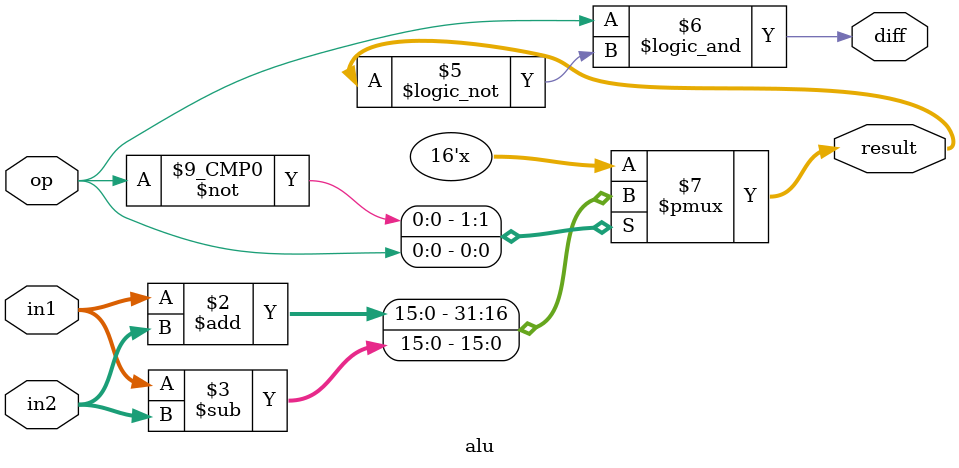
<source format=v>
`timescale 1ns / 1ps
  
module alu(
    input [15:0] in1, 
    input [15:0] in2, 
    input op,
    output reg [15:0] result,
    output wire diff
    );
    
    always @ (op, in1, in2)
        case (op)
            0: result <= in1 + in2;
            1: result <= in1 - in2;  
        endcase
 
   assign diff = (op == 1 && result == 16'd0); 
   
endmodule

</source>
